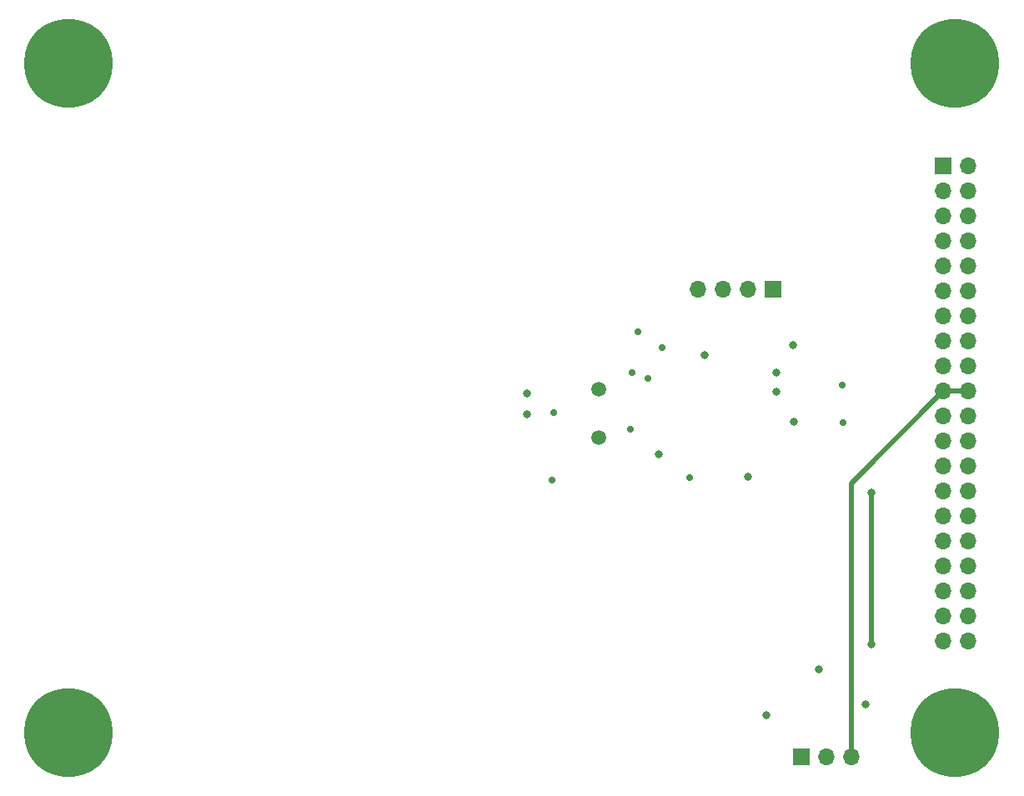
<source format=gbl>
%TF.GenerationSoftware,KiCad,Pcbnew,8.0.5*%
%TF.CreationDate,2025-03-12T16:07:22-07:00*%
%TF.ProjectId,Mechatronics LED,4d656368-6174-4726-9f6e-696373204c45,rev?*%
%TF.SameCoordinates,Original*%
%TF.FileFunction,Copper,L4,Bot*%
%TF.FilePolarity,Positive*%
%FSLAX46Y46*%
G04 Gerber Fmt 4.6, Leading zero omitted, Abs format (unit mm)*
G04 Created by KiCad (PCBNEW 8.0.5) date 2025-03-12 16:07:22*
%MOMM*%
%LPD*%
G01*
G04 APERTURE LIST*
%TA.AperFunction,ComponentPad*%
%ADD10C,9.000000*%
%TD*%
%TA.AperFunction,ComponentPad*%
%ADD11R,1.700000X1.700000*%
%TD*%
%TA.AperFunction,ComponentPad*%
%ADD12O,1.700000X1.700000*%
%TD*%
%TA.AperFunction,ComponentPad*%
%ADD13C,1.500000*%
%TD*%
%TA.AperFunction,ViaPad*%
%ADD14C,0.800000*%
%TD*%
%TA.AperFunction,ViaPad*%
%ADD15C,0.700000*%
%TD*%
%TA.AperFunction,Conductor*%
%ADD16C,0.500000*%
%TD*%
G04 APERTURE END LIST*
D10*
%TO.P,REF\u002A\u002A,1*%
%TO.N,N/C*%
X186150000Y-123670000D03*
%TD*%
%TO.P,REF\u002A\u002A,1*%
%TO.N,N/C*%
X96150000Y-55670000D03*
%TD*%
D11*
%TO.P,J1,1,VBATSW*%
%TO.N,VBATSW*%
X184960000Y-66120000D03*
D12*
%TO.P,J1,2,VBATSW*%
X187500000Y-66120000D03*
%TO.P,J1,3,VBATSW*%
X184960000Y-68660000D03*
%TO.P,J1,4,VBATSW*%
X187500000Y-68660000D03*
%TO.P,J1,5,VBATSW*%
X184960000Y-71200000D03*
%TO.P,J1,6,VBATSW*%
X187500000Y-71200000D03*
%TO.P,J1,7,GND*%
%TO.N,GND*%
X184960000Y-73740000D03*
%TO.P,J1,8,GND*%
X187500000Y-73740000D03*
%TO.P,J1,9,VAO*%
%TO.N,unconnected-(J1-VAO-Pad9)*%
X184960000Y-76280000D03*
%TO.P,J1,10,EXT_MOTOR_KILL*%
%TO.N,unconnected-(J1-EXT_MOTOR_KILL-Pad10)*%
X187500000Y-76280000D03*
%TO.P,J1,11,BUTTON_IN*%
%TO.N,unconnected-(J1-BUTTON_IN-Pad11)*%
X184960000Y-78820000D03*
%TO.P,J1,12,FAULT*%
%TO.N,unconnected-(J1-FAULT-Pad12)*%
X187500000Y-78820000D03*
%TO.P,J1,13,INT_MOTOR_KILL*%
%TO.N,unconnected-(J1-INT_MOTOR_KILL-Pad13)*%
X184960000Y-81360000D03*
%TO.P,J1,14,POWER_OFF*%
%TO.N,unconnected-(J1-POWER_OFF-Pad14)*%
X187500000Y-81360000D03*
%TO.P,J1,15,GND*%
%TO.N,GND*%
X184960000Y-83900000D03*
%TO.P,J1,16,GND*%
X187500000Y-83900000D03*
%TO.P,J1,17,5V*%
%TO.N,5V*%
X184960000Y-86440000D03*
%TO.P,J1,18,5V*%
X187500000Y-86440000D03*
%TO.P,J1,19,5V*%
X184960000Y-88980000D03*
%TO.P,J1,20,5V*%
X187500000Y-88980000D03*
%TO.P,J1,21,I2C_0_SDA*%
%TO.N,unconnected-(J1-I2C_0_SDA-Pad21)*%
X184960000Y-91520000D03*
%TO.P,J1,22,12C_0_SCL*%
%TO.N,unconnected-(J1-12C_0_SCL-Pad22)*%
X187500000Y-91520000D03*
%TO.P,J1,23,I2C_1_SDA*%
%TO.N,unconnected-(J1-I2C_1_SDA-Pad23)*%
X184960000Y-94060000D03*
%TO.P,J1,24,I2C_1_SCL*%
%TO.N,unconnected-(J1-I2C_1_SCL-Pad24)*%
X187500000Y-94060000D03*
%TO.P,J1,25,GND*%
%TO.N,GND*%
X184960000Y-96600000D03*
%TO.P,J1,26,GND*%
X187500000Y-96600000D03*
%TO.P,J1,27,UART_0_TX*%
%TO.N,unconnected-(J1-UART_0_TX-Pad27)*%
X184960000Y-99140000D03*
%TO.P,J1,28,UART_0_RX*%
%TO.N,unconnected-(J1-UART_0_RX-Pad28)*%
X187500000Y-99140000D03*
%TO.P,J1,29,UART_1_TX*%
%TO.N,UART1_RX*%
X184960000Y-101680000D03*
%TO.P,J1,30,UART_1_RX*%
%TO.N,UART1_TX*%
X187500000Y-101680000D03*
%TO.P,J1,31,UART_2_TX*%
%TO.N,unconnected-(J1-UART_2_TX-Pad31)*%
X184960000Y-104220000D03*
%TO.P,J1,32,UART_2_RX*%
%TO.N,unconnected-(J1-UART_2_RX-Pad32)*%
X187500000Y-104220000D03*
%TO.P,J1,33,GND*%
%TO.N,GND*%
X184960000Y-106760000D03*
%TO.P,J1,34,GND*%
X187500000Y-106760000D03*
%TO.P,J1,35,SPARE_5*%
%TO.N,unconnected-(J1-SPARE_5-Pad35)*%
X184960000Y-109300000D03*
%TO.P,J1,36,SPARE_4*%
%TO.N,unconnected-(J1-SPARE_4-Pad36)*%
X187500000Y-109300000D03*
%TO.P,J1,37,SPARE_3*%
%TO.N,unconnected-(J1-SPARE_3-Pad37)*%
X184960000Y-111840000D03*
%TO.P,J1,38,SPARE_2*%
%TO.N,unconnected-(J1-SPARE_2-Pad38)*%
X187500000Y-111840000D03*
%TO.P,J1,39,SPARE_1*%
%TO.N,unconnected-(J1-SPARE_1-Pad39)*%
X184960000Y-114380000D03*
%TO.P,J1,40,SPARE_0*%
%TO.N,unconnected-(J1-SPARE_0-Pad40)*%
X187500000Y-114380000D03*
%TD*%
D11*
%TO.P,J3,1,Pin_1*%
%TO.N,3V3*%
X167680000Y-78600000D03*
D12*
%TO.P,J3,2,Pin_2*%
%TO.N,SWDIO*%
X165140000Y-78600000D03*
%TO.P,J3,3,Pin_3*%
%TO.N,SWCLK*%
X162600000Y-78600000D03*
%TO.P,J3,4,Pin_4*%
%TO.N,GND*%
X160060000Y-78600000D03*
%TD*%
D13*
%TO.P,Y1,1,1*%
%TO.N,Net-(U2-PD1)*%
X149925000Y-93650000D03*
%TO.P,Y1,2,2*%
%TO.N,Net-(U2-PD0)*%
X149925000Y-88770000D03*
%TD*%
D10*
%TO.P,REF\u002A\u002A,1*%
%TO.N,N/C*%
X96150000Y-123670000D03*
%TD*%
%TO.P,REF\u002A\u002A,1*%
%TO.N,N/C*%
X186150000Y-55670000D03*
%TD*%
D11*
%TO.P,J2,1,Pin_1*%
%TO.N,GND*%
X170500000Y-126100000D03*
D12*
%TO.P,J2,2,Pin_2*%
%TO.N,TIM2_5V_SHIFT*%
X173040000Y-126100000D03*
%TO.P,J2,3,Pin_3*%
%TO.N,5V*%
X175580000Y-126100000D03*
%TD*%
D14*
%TO.N,GND*%
X142650000Y-89200000D03*
X168025000Y-89025000D03*
X169800000Y-92100000D03*
D15*
X153975000Y-82950000D03*
X159175000Y-97725000D03*
D14*
X160725000Y-85325000D03*
X166975000Y-121925000D03*
X177075000Y-120800000D03*
D15*
X153375000Y-87075000D03*
X145225000Y-98025000D03*
X145387500Y-91175000D03*
D14*
X172300000Y-117200000D03*
X169700000Y-84300000D03*
D15*
X174700000Y-88375000D03*
X153200000Y-92850000D03*
D14*
%TO.N,3V3*%
X165100000Y-97700000D03*
D15*
X154950000Y-87675000D03*
X156425000Y-84575000D03*
D14*
X142650000Y-91300000D03*
D15*
X174775000Y-92150000D03*
D14*
X156100000Y-95375000D03*
X167975000Y-87100000D03*
%TO.N,5V*%
X177625000Y-99275000D03*
X177625000Y-114650000D03*
%TD*%
D16*
%TO.N,5V*%
X177625000Y-99300000D02*
X177625000Y-99275000D01*
X184960000Y-88980000D02*
X175580000Y-98360000D01*
X177625000Y-114650000D02*
X177625000Y-99300000D01*
X185661522Y-88980000D02*
X187500000Y-88980000D01*
X175580000Y-98360000D02*
X175580000Y-126100000D01*
%TD*%
M02*

</source>
